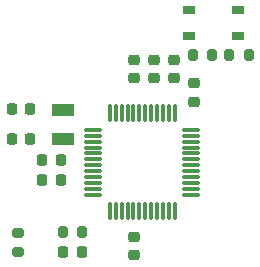
<source format=gbr>
%TF.GenerationSoftware,KiCad,Pcbnew,(6.0.5)*%
%TF.CreationDate,2022-07-28T20:15:56-06:00*%
%TF.ProjectId,sensor_board,73656e73-6f72-45f6-926f-6172642e6b69,rev?*%
%TF.SameCoordinates,Original*%
%TF.FileFunction,Paste,Top*%
%TF.FilePolarity,Positive*%
%FSLAX46Y46*%
G04 Gerber Fmt 4.6, Leading zero omitted, Abs format (unit mm)*
G04 Created by KiCad (PCBNEW (6.0.5)) date 2022-07-28 20:15:56*
%MOMM*%
%LPD*%
G01*
G04 APERTURE LIST*
G04 Aperture macros list*
%AMRoundRect*
0 Rectangle with rounded corners*
0 $1 Rounding radius*
0 $2 $3 $4 $5 $6 $7 $8 $9 X,Y pos of 4 corners*
0 Add a 4 corners polygon primitive as box body*
4,1,4,$2,$3,$4,$5,$6,$7,$8,$9,$2,$3,0*
0 Add four circle primitives for the rounded corners*
1,1,$1+$1,$2,$3*
1,1,$1+$1,$4,$5*
1,1,$1+$1,$6,$7*
1,1,$1+$1,$8,$9*
0 Add four rect primitives between the rounded corners*
20,1,$1+$1,$2,$3,$4,$5,0*
20,1,$1+$1,$4,$5,$6,$7,0*
20,1,$1+$1,$6,$7,$8,$9,0*
20,1,$1+$1,$8,$9,$2,$3,0*%
G04 Aperture macros list end*
%ADD10RoundRect,0.225000X-0.225000X-0.250000X0.225000X-0.250000X0.225000X0.250000X-0.225000X0.250000X0*%
%ADD11RoundRect,0.225000X0.250000X-0.225000X0.250000X0.225000X-0.250000X0.225000X-0.250000X-0.225000X0*%
%ADD12RoundRect,0.200000X-0.200000X-0.275000X0.200000X-0.275000X0.200000X0.275000X-0.200000X0.275000X0*%
%ADD13RoundRect,0.225000X0.225000X0.250000X-0.225000X0.250000X-0.225000X-0.250000X0.225000X-0.250000X0*%
%ADD14RoundRect,0.225000X-0.250000X0.225000X-0.250000X-0.225000X0.250000X-0.225000X0.250000X0.225000X0*%
%ADD15RoundRect,0.200000X0.200000X0.275000X-0.200000X0.275000X-0.200000X-0.275000X0.200000X-0.275000X0*%
%ADD16RoundRect,0.200000X0.275000X-0.200000X0.275000X0.200000X-0.275000X0.200000X-0.275000X-0.200000X0*%
%ADD17RoundRect,0.218750X-0.218750X-0.256250X0.218750X-0.256250X0.218750X0.256250X-0.218750X0.256250X0*%
%ADD18R,1.050000X0.650000*%
%ADD19R,1.900000X1.100000*%
%ADD20RoundRect,0.075000X-0.662500X-0.075000X0.662500X-0.075000X0.662500X0.075000X-0.662500X0.075000X0*%
%ADD21RoundRect,0.075000X-0.075000X-0.662500X0.075000X-0.662500X0.075000X0.662500X-0.075000X0.662500X0*%
G04 APERTURE END LIST*
D10*
%TO.C,C1*%
X118025000Y-103000000D03*
X119575000Y-103000000D03*
%TD*%
%TO.C,C2*%
X118025000Y-105500000D03*
X119575000Y-105500000D03*
%TD*%
D11*
%TO.C,C3*%
X131800000Y-100375000D03*
X131800000Y-98825000D03*
%TD*%
D12*
%TO.C,R3*%
X122375000Y-113400000D03*
X124025000Y-113400000D03*
%TD*%
D13*
%TO.C,C8*%
X122175000Y-109000000D03*
X120625000Y-109000000D03*
%TD*%
D14*
%TO.C,C7*%
X128400000Y-113825000D03*
X128400000Y-115375000D03*
%TD*%
D15*
%TO.C,R1*%
X138125000Y-98400000D03*
X136475000Y-98400000D03*
%TD*%
D16*
%TO.C,R4*%
X118600000Y-115125000D03*
X118600000Y-113475000D03*
%TD*%
D14*
%TO.C,C4*%
X128400000Y-98850000D03*
X128400000Y-100400000D03*
%TD*%
D15*
%TO.C,R2*%
X135025000Y-98400000D03*
X133375000Y-98400000D03*
%TD*%
D17*
%TO.C,D1*%
X122425000Y-115100000D03*
X124000000Y-115100000D03*
%TD*%
D14*
%TO.C,C5*%
X130100000Y-98825000D03*
X130100000Y-100375000D03*
%TD*%
D13*
%TO.C,C9*%
X122175000Y-107300000D03*
X120625000Y-107300000D03*
%TD*%
D18*
%TO.C,SW1*%
X133025000Y-94625000D03*
X137175000Y-94625000D03*
X133025000Y-96775000D03*
X137175000Y-96775000D03*
%TD*%
D19*
%TO.C,Y1*%
X122400000Y-103050000D03*
X122400000Y-105550000D03*
%TD*%
D20*
%TO.C,U1*%
X124937500Y-104750000D03*
X124937500Y-105250000D03*
X124937500Y-105750000D03*
X124937500Y-106250000D03*
X124937500Y-106750000D03*
X124937500Y-107250000D03*
X124937500Y-107750000D03*
X124937500Y-108250000D03*
X124937500Y-108750000D03*
X124937500Y-109250000D03*
X124937500Y-109750000D03*
X124937500Y-110250000D03*
D21*
X126350000Y-111662500D03*
X126850000Y-111662500D03*
X127350000Y-111662500D03*
X127850000Y-111662500D03*
X128350000Y-111662500D03*
X128850000Y-111662500D03*
X129350000Y-111662500D03*
X129850000Y-111662500D03*
X130350000Y-111662500D03*
X130850000Y-111662500D03*
X131350000Y-111662500D03*
X131850000Y-111662500D03*
D20*
X133262500Y-110250000D03*
X133262500Y-109750000D03*
X133262500Y-109250000D03*
X133262500Y-108750000D03*
X133262500Y-108250000D03*
X133262500Y-107750000D03*
X133262500Y-107250000D03*
X133262500Y-106750000D03*
X133262500Y-106250000D03*
X133262500Y-105750000D03*
X133262500Y-105250000D03*
X133262500Y-104750000D03*
D21*
X131850000Y-103337500D03*
X131350000Y-103337500D03*
X130850000Y-103337500D03*
X130350000Y-103337500D03*
X129850000Y-103337500D03*
X129350000Y-103337500D03*
X128850000Y-103337500D03*
X128350000Y-103337500D03*
X127850000Y-103337500D03*
X127350000Y-103337500D03*
X126850000Y-103337500D03*
X126350000Y-103337500D03*
%TD*%
D11*
%TO.C,C6*%
X133500000Y-102375000D03*
X133500000Y-100825000D03*
%TD*%
M02*

</source>
